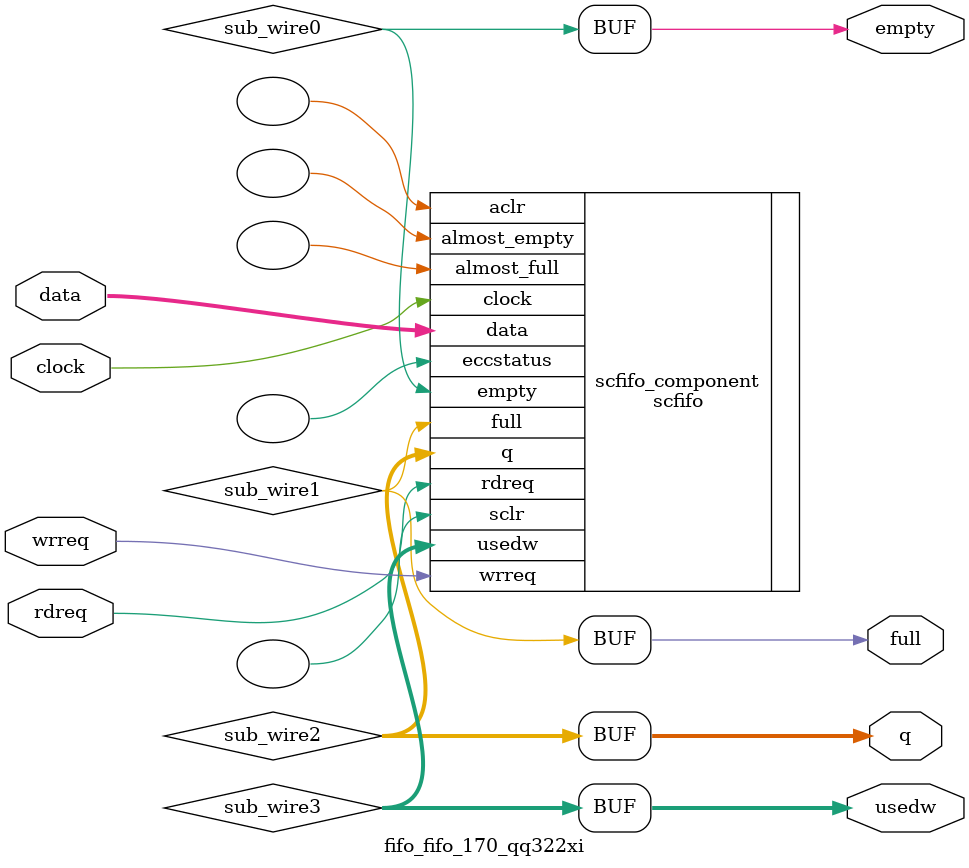
<source format=v>



`timescale 1 ps / 1 ps
// synopsys translate_on
module  fifo_fifo_170_qq322xi  (
    clock,
    data,
    rdreq,
    wrreq,
    empty,
    full,
    q,
    usedw);

    input    clock;
    input  [511:0]  data;
    input    rdreq;
    input    wrreq;
    output   empty;
    output   full;
    output [511:0]  q;
    output [4:0]  usedw;

    wire  sub_wire0;
    wire  sub_wire1;
    wire [511:0] sub_wire2;
    wire [4:0] sub_wire3;
    wire  empty = sub_wire0;
    wire  full = sub_wire1;
    wire [511:0] q = sub_wire2[511:0];
    wire [4:0] usedw = sub_wire3[4:0];

    scfifo  scfifo_component (
                .clock (clock),
                .data (data),
                .rdreq (rdreq),
                .wrreq (wrreq),
                .empty (sub_wire0),
                .full (sub_wire1),
                .q (sub_wire2),
                .usedw (sub_wire3),
                .aclr (),
                .almost_empty (),
                .almost_full (),
                .eccstatus (),
                .sclr ());
    defparam
        scfifo_component.add_ram_output_register  = "OFF",
        scfifo_component.enable_ecc  = "FALSE",
        scfifo_component.intended_device_family  = "Arria 10",
        scfifo_component.lpm_numwords  = 32,
        scfifo_component.lpm_showahead  = "OFF",
        scfifo_component.lpm_type  = "scfifo",
        scfifo_component.lpm_width  = 512,
        scfifo_component.lpm_widthu  = 5,
        scfifo_component.overflow_checking  = "ON",
        scfifo_component.underflow_checking  = "ON",
        scfifo_component.use_eab  = "ON";


endmodule



</source>
